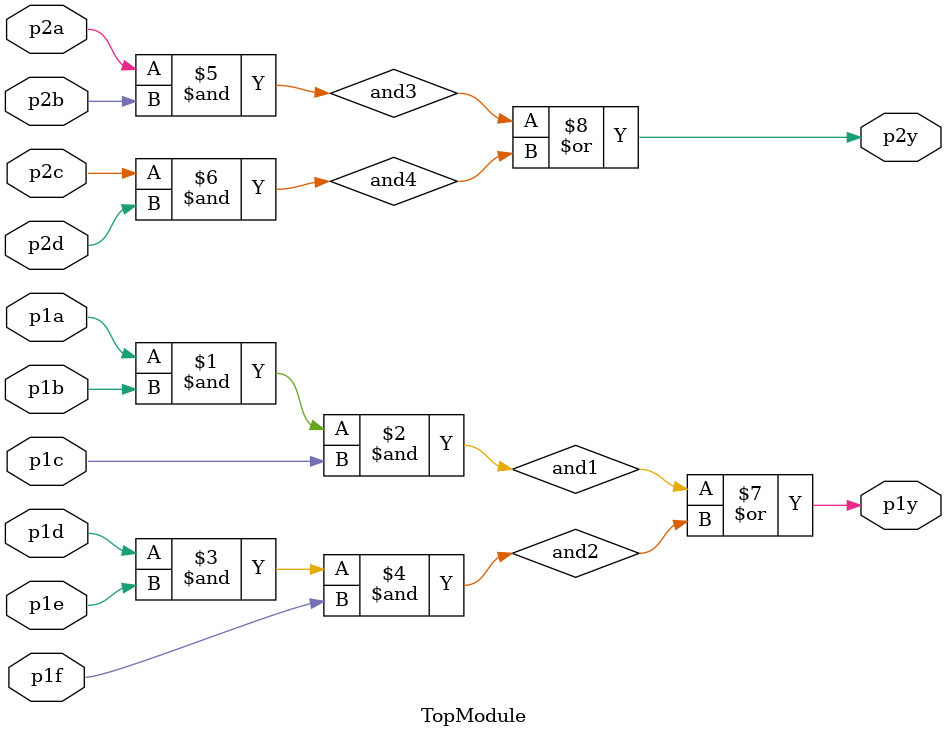
<source format=sv>

module TopModule (
  input p1a,
  input p1b,
  input p1c,
  input p1d,
  input p1e,
  input p1f,
  output p1y,
  input p2a,
  input p2b,
  input p2c,
  input p2d,
  output p2y
);
wire and1, and2, and3, and4;
assign and1 = p1a & p1b & p1c;
assign and2 = p1d & p1e & p1f;
assign and3 = p2a & p2b;
assign and4 = p2c & p2d;
assign p1y = and1 | and2;
assign p2y = and3 | and4;
endmodule

</source>
